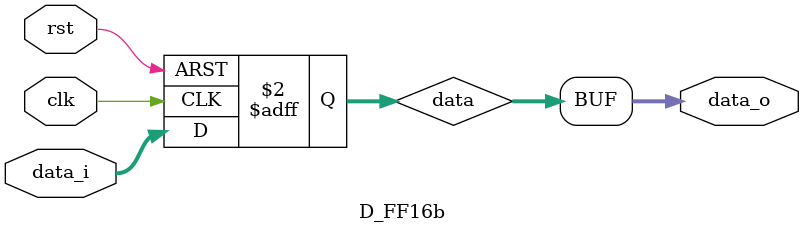
<source format=sv>
module D_FF16b
#(parameter WIDTH=16) // fill number of bits 
(
	input logic clk, rst,
	input logic [WIDTH-1:0] data_i,
	output logic [WIDTH-1:0] data_o
);
reg [WIDTH-1:0] data;
always_ff@ (posedge clk, posedge rst)
	if (rst) begin
		data <= 0;
	end else begin
	data <= data_i;
	end
assign data_o=data;
endmodule 
</source>
